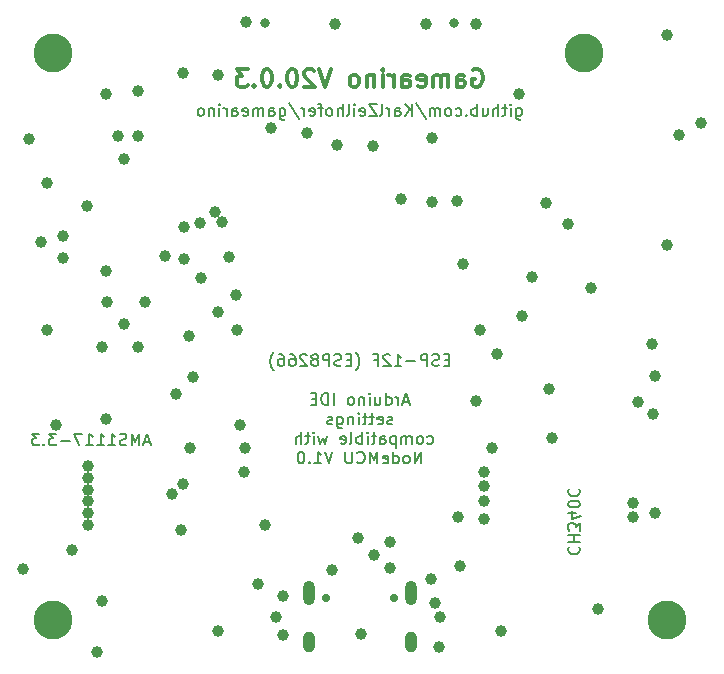
<source format=gbr>
%TF.GenerationSoftware,KiCad,Pcbnew,5.1.10-88a1d61d58~88~ubuntu20.04.1*%
%TF.CreationDate,2021-05-11T13:31:27+02:00*%
%TF.ProjectId,gamearino,67616d65-6172-4696-9e6f-2e6b69636164,v20.0.3*%
%TF.SameCoordinates,PX5f5e100PY5f5e100*%
%TF.FileFunction,Soldermask,Bot*%
%TF.FilePolarity,Negative*%
%FSLAX46Y46*%
G04 Gerber Fmt 4.6, Leading zero omitted, Abs format (unit mm)*
G04 Created by KiCad (PCBNEW 5.1.10-88a1d61d58~88~ubuntu20.04.1) date 2021-05-11 13:31:27*
%MOMM*%
%LPD*%
G01*
G04 APERTURE LIST*
%ADD10C,0.150000*%
%ADD11C,0.300000*%
%ADD12C,0.800000*%
%ADD13C,0.700000*%
%ADD14O,1.000000X1.800000*%
%ADD15O,1.000000X2.100000*%
%ADD16C,3.300000*%
%ADD17C,1.000000*%
G04 APERTURE END LIST*
D10*
X43261904Y47314286D02*
X43261904Y46504762D01*
X43309523Y46409524D01*
X43357142Y46361905D01*
X43452380Y46314286D01*
X43595238Y46314286D01*
X43690476Y46361905D01*
X43261904Y46695239D02*
X43357142Y46647620D01*
X43547619Y46647620D01*
X43642857Y46695239D01*
X43690476Y46742858D01*
X43738095Y46838096D01*
X43738095Y47123810D01*
X43690476Y47219048D01*
X43642857Y47266667D01*
X43547619Y47314286D01*
X43357142Y47314286D01*
X43261904Y47266667D01*
X42785714Y46647620D02*
X42785714Y47314286D01*
X42785714Y47647620D02*
X42833333Y47600000D01*
X42785714Y47552381D01*
X42738095Y47600000D01*
X42785714Y47647620D01*
X42785714Y47552381D01*
X42452380Y47314286D02*
X42071428Y47314286D01*
X42309523Y47647620D02*
X42309523Y46790477D01*
X42261904Y46695239D01*
X42166666Y46647620D01*
X42071428Y46647620D01*
X41738095Y46647620D02*
X41738095Y47647620D01*
X41309523Y46647620D02*
X41309523Y47171429D01*
X41357142Y47266667D01*
X41452380Y47314286D01*
X41595238Y47314286D01*
X41690476Y47266667D01*
X41738095Y47219048D01*
X40404761Y47314286D02*
X40404761Y46647620D01*
X40833333Y47314286D02*
X40833333Y46790477D01*
X40785714Y46695239D01*
X40690476Y46647620D01*
X40547619Y46647620D01*
X40452380Y46695239D01*
X40404761Y46742858D01*
X39928571Y46647620D02*
X39928571Y47647620D01*
X39928571Y47266667D02*
X39833333Y47314286D01*
X39642857Y47314286D01*
X39547619Y47266667D01*
X39500000Y47219048D01*
X39452380Y47123810D01*
X39452380Y46838096D01*
X39500000Y46742858D01*
X39547619Y46695239D01*
X39642857Y46647620D01*
X39833333Y46647620D01*
X39928571Y46695239D01*
X39023809Y46742858D02*
X38976190Y46695239D01*
X39023809Y46647620D01*
X39071428Y46695239D01*
X39023809Y46742858D01*
X39023809Y46647620D01*
X38119047Y46695239D02*
X38214285Y46647620D01*
X38404761Y46647620D01*
X38500000Y46695239D01*
X38547619Y46742858D01*
X38595238Y46838096D01*
X38595238Y47123810D01*
X38547619Y47219048D01*
X38500000Y47266667D01*
X38404761Y47314286D01*
X38214285Y47314286D01*
X38119047Y47266667D01*
X37547619Y46647620D02*
X37642857Y46695239D01*
X37690476Y46742858D01*
X37738095Y46838096D01*
X37738095Y47123810D01*
X37690476Y47219048D01*
X37642857Y47266667D01*
X37547619Y47314286D01*
X37404761Y47314286D01*
X37309523Y47266667D01*
X37261904Y47219048D01*
X37214285Y47123810D01*
X37214285Y46838096D01*
X37261904Y46742858D01*
X37309523Y46695239D01*
X37404761Y46647620D01*
X37547619Y46647620D01*
X36785714Y46647620D02*
X36785714Y47314286D01*
X36785714Y47219048D02*
X36738095Y47266667D01*
X36642857Y47314286D01*
X36500000Y47314286D01*
X36404761Y47266667D01*
X36357142Y47171429D01*
X36357142Y46647620D01*
X36357142Y47171429D02*
X36309523Y47266667D01*
X36214285Y47314286D01*
X36071428Y47314286D01*
X35976190Y47266667D01*
X35928571Y47171429D01*
X35928571Y46647620D01*
X34738095Y47695239D02*
X35595238Y46409524D01*
X34404761Y46647620D02*
X34404761Y47647620D01*
X33833333Y46647620D02*
X34261904Y47219048D01*
X33833333Y47647620D02*
X34404761Y47076191D01*
X32976190Y46647620D02*
X32976190Y47171429D01*
X33023809Y47266667D01*
X33119047Y47314286D01*
X33309523Y47314286D01*
X33404761Y47266667D01*
X32976190Y46695239D02*
X33071428Y46647620D01*
X33309523Y46647620D01*
X33404761Y46695239D01*
X33452380Y46790477D01*
X33452380Y46885715D01*
X33404761Y46980953D01*
X33309523Y47028572D01*
X33071428Y47028572D01*
X32976190Y47076191D01*
X32500000Y46647620D02*
X32500000Y47314286D01*
X32500000Y47123810D02*
X32452380Y47219048D01*
X32404761Y47266667D01*
X32309523Y47314286D01*
X32214285Y47314286D01*
X31738095Y46647620D02*
X31833333Y46695239D01*
X31880952Y46790477D01*
X31880952Y47647620D01*
X31452380Y47647620D02*
X30785714Y47647620D01*
X31452380Y46647620D01*
X30785714Y46647620D01*
X30023809Y46695239D02*
X30119047Y46647620D01*
X30309523Y46647620D01*
X30404761Y46695239D01*
X30452380Y46790477D01*
X30452380Y47171429D01*
X30404761Y47266667D01*
X30309523Y47314286D01*
X30119047Y47314286D01*
X30023809Y47266667D01*
X29976190Y47171429D01*
X29976190Y47076191D01*
X30452380Y46980953D01*
X29547619Y46647620D02*
X29547619Y47314286D01*
X29547619Y47647620D02*
X29595238Y47600000D01*
X29547619Y47552381D01*
X29500000Y47600000D01*
X29547619Y47647620D01*
X29547619Y47552381D01*
X28928571Y46647620D02*
X29023809Y46695239D01*
X29071428Y46790477D01*
X29071428Y47647620D01*
X28547619Y46647620D02*
X28547619Y47647620D01*
X28119047Y46647620D02*
X28119047Y47171429D01*
X28166666Y47266667D01*
X28261904Y47314286D01*
X28404761Y47314286D01*
X28500000Y47266667D01*
X28547619Y47219048D01*
X27500000Y46647620D02*
X27595238Y46695239D01*
X27642857Y46742858D01*
X27690476Y46838096D01*
X27690476Y47123810D01*
X27642857Y47219048D01*
X27595238Y47266667D01*
X27500000Y47314286D01*
X27357142Y47314286D01*
X27261904Y47266667D01*
X27214285Y47219048D01*
X27166666Y47123810D01*
X27166666Y46838096D01*
X27214285Y46742858D01*
X27261904Y46695239D01*
X27357142Y46647620D01*
X27500000Y46647620D01*
X26880952Y47314286D02*
X26500000Y47314286D01*
X26738095Y46647620D02*
X26738095Y47504762D01*
X26690476Y47600000D01*
X26595238Y47647620D01*
X26500000Y47647620D01*
X25785714Y46695239D02*
X25880952Y46647620D01*
X26071428Y46647620D01*
X26166666Y46695239D01*
X26214285Y46790477D01*
X26214285Y47171429D01*
X26166666Y47266667D01*
X26071428Y47314286D01*
X25880952Y47314286D01*
X25785714Y47266667D01*
X25738095Y47171429D01*
X25738095Y47076191D01*
X26214285Y46980953D01*
X25309523Y46647620D02*
X25309523Y47314286D01*
X25309523Y47123810D02*
X25261904Y47219048D01*
X25214285Y47266667D01*
X25119047Y47314286D01*
X25023809Y47314286D01*
X23976190Y47695239D02*
X24833333Y46409524D01*
X23214285Y47314286D02*
X23214285Y46504762D01*
X23261904Y46409524D01*
X23309523Y46361905D01*
X23404761Y46314286D01*
X23547619Y46314286D01*
X23642857Y46361905D01*
X23214285Y46695239D02*
X23309523Y46647620D01*
X23500000Y46647620D01*
X23595238Y46695239D01*
X23642857Y46742858D01*
X23690476Y46838096D01*
X23690476Y47123810D01*
X23642857Y47219048D01*
X23595238Y47266667D01*
X23500000Y47314286D01*
X23309523Y47314286D01*
X23214285Y47266667D01*
X22309523Y46647620D02*
X22309523Y47171429D01*
X22357142Y47266667D01*
X22452380Y47314286D01*
X22642857Y47314286D01*
X22738095Y47266667D01*
X22309523Y46695239D02*
X22404761Y46647620D01*
X22642857Y46647620D01*
X22738095Y46695239D01*
X22785714Y46790477D01*
X22785714Y46885715D01*
X22738095Y46980953D01*
X22642857Y47028572D01*
X22404761Y47028572D01*
X22309523Y47076191D01*
X21833333Y46647620D02*
X21833333Y47314286D01*
X21833333Y47219048D02*
X21785714Y47266667D01*
X21690476Y47314286D01*
X21547619Y47314286D01*
X21452380Y47266667D01*
X21404761Y47171429D01*
X21404761Y46647620D01*
X21404761Y47171429D02*
X21357142Y47266667D01*
X21261904Y47314286D01*
X21119047Y47314286D01*
X21023809Y47266667D01*
X20976190Y47171429D01*
X20976190Y46647620D01*
X20119047Y46695239D02*
X20214285Y46647620D01*
X20404761Y46647620D01*
X20500000Y46695239D01*
X20547619Y46790477D01*
X20547619Y47171429D01*
X20500000Y47266667D01*
X20404761Y47314286D01*
X20214285Y47314286D01*
X20119047Y47266667D01*
X20071428Y47171429D01*
X20071428Y47076191D01*
X20547619Y46980953D01*
X19214285Y46647620D02*
X19214285Y47171429D01*
X19261904Y47266667D01*
X19357142Y47314286D01*
X19547619Y47314286D01*
X19642857Y47266667D01*
X19214285Y46695239D02*
X19309523Y46647620D01*
X19547619Y46647620D01*
X19642857Y46695239D01*
X19690476Y46790477D01*
X19690476Y46885715D01*
X19642857Y46980953D01*
X19547619Y47028572D01*
X19309523Y47028572D01*
X19214285Y47076191D01*
X18738095Y46647620D02*
X18738095Y47314286D01*
X18738095Y47123810D02*
X18690476Y47219048D01*
X18642857Y47266667D01*
X18547619Y47314286D01*
X18452380Y47314286D01*
X18119047Y46647620D02*
X18119047Y47314286D01*
X18119047Y47647620D02*
X18166666Y47600000D01*
X18119047Y47552381D01*
X18071428Y47600000D01*
X18119047Y47647620D01*
X18119047Y47552381D01*
X17642857Y47314286D02*
X17642857Y46647620D01*
X17642857Y47219048D02*
X17595238Y47266667D01*
X17500000Y47314286D01*
X17357142Y47314286D01*
X17261904Y47266667D01*
X17214285Y47171429D01*
X17214285Y46647620D01*
X16595238Y46647620D02*
X16690476Y46695239D01*
X16738095Y46742858D01*
X16785714Y46838096D01*
X16785714Y47123810D01*
X16738095Y47219048D01*
X16690476Y47266667D01*
X16595238Y47314286D01*
X16452380Y47314286D01*
X16357142Y47266667D01*
X16309523Y47219048D01*
X16261904Y47123810D01*
X16261904Y46838096D01*
X16309523Y46742858D01*
X16357142Y46695239D01*
X16452380Y46647620D01*
X16595238Y46647620D01*
X12250000Y19033334D02*
X11773809Y19033334D01*
X12345238Y18747620D02*
X12011904Y19747620D01*
X11678571Y18747620D01*
X11345238Y18747620D02*
X11345238Y19747620D01*
X11011904Y19033334D01*
X10678571Y19747620D01*
X10678571Y18747620D01*
X10250000Y18795239D02*
X10107142Y18747620D01*
X9869047Y18747620D01*
X9773809Y18795239D01*
X9726190Y18842858D01*
X9678571Y18938096D01*
X9678571Y19033334D01*
X9726190Y19128572D01*
X9773809Y19176191D01*
X9869047Y19223810D01*
X10059523Y19271429D01*
X10154761Y19319048D01*
X10202380Y19366667D01*
X10250000Y19461905D01*
X10250000Y19557143D01*
X10202380Y19652381D01*
X10154761Y19700000D01*
X10059523Y19747620D01*
X9821428Y19747620D01*
X9678571Y19700000D01*
X8726190Y18747620D02*
X9297619Y18747620D01*
X9011904Y18747620D02*
X9011904Y19747620D01*
X9107142Y19604762D01*
X9202380Y19509524D01*
X9297619Y19461905D01*
X7773809Y18747620D02*
X8345238Y18747620D01*
X8059523Y18747620D02*
X8059523Y19747620D01*
X8154761Y19604762D01*
X8250000Y19509524D01*
X8345238Y19461905D01*
X6821428Y18747620D02*
X7392857Y18747620D01*
X7107142Y18747620D02*
X7107142Y19747620D01*
X7202380Y19604762D01*
X7297619Y19509524D01*
X7392857Y19461905D01*
X6488095Y19747620D02*
X5821428Y19747620D01*
X6250000Y18747620D01*
X5440476Y19128572D02*
X4678571Y19128572D01*
X4297619Y19747620D02*
X3678571Y19747620D01*
X4011904Y19366667D01*
X3869047Y19366667D01*
X3773809Y19319048D01*
X3726190Y19271429D01*
X3678571Y19176191D01*
X3678571Y18938096D01*
X3726190Y18842858D01*
X3773809Y18795239D01*
X3869047Y18747620D01*
X4154761Y18747620D01*
X4250000Y18795239D01*
X4297619Y18842858D01*
X3250000Y18842858D02*
X3202380Y18795239D01*
X3250000Y18747620D01*
X3297619Y18795239D01*
X3250000Y18842858D01*
X3250000Y18747620D01*
X2869047Y19747620D02*
X2250000Y19747620D01*
X2583333Y19366667D01*
X2440476Y19366667D01*
X2345238Y19319048D01*
X2297619Y19271429D01*
X2250000Y19176191D01*
X2250000Y18938096D01*
X2297619Y18842858D01*
X2345238Y18795239D01*
X2440476Y18747620D01*
X2726190Y18747620D01*
X2821428Y18795239D01*
X2869047Y18842858D01*
X47742857Y10157143D02*
X47695238Y10109524D01*
X47647619Y9966667D01*
X47647619Y9871429D01*
X47695238Y9728572D01*
X47790476Y9633334D01*
X47885714Y9585715D01*
X48076190Y9538096D01*
X48219047Y9538096D01*
X48409523Y9585715D01*
X48504761Y9633334D01*
X48600000Y9728572D01*
X48647619Y9871429D01*
X48647619Y9966667D01*
X48600000Y10109524D01*
X48552380Y10157143D01*
X47647619Y10585715D02*
X48647619Y10585715D01*
X48171428Y10585715D02*
X48171428Y11157143D01*
X47647619Y11157143D02*
X48647619Y11157143D01*
X48647619Y11538096D02*
X48647619Y12157143D01*
X48266666Y11823810D01*
X48266666Y11966667D01*
X48219047Y12061905D01*
X48171428Y12109524D01*
X48076190Y12157143D01*
X47838095Y12157143D01*
X47742857Y12109524D01*
X47695238Y12061905D01*
X47647619Y11966667D01*
X47647619Y11680953D01*
X47695238Y11585715D01*
X47742857Y11538096D01*
X48314285Y13014286D02*
X47647619Y13014286D01*
X48695238Y12776191D02*
X47980952Y12538096D01*
X47980952Y13157143D01*
X48647619Y13728572D02*
X48647619Y13823810D01*
X48600000Y13919048D01*
X48552380Y13966667D01*
X48457142Y14014286D01*
X48266666Y14061905D01*
X48028571Y14061905D01*
X47838095Y14014286D01*
X47742857Y13966667D01*
X47695238Y13919048D01*
X47647619Y13823810D01*
X47647619Y13728572D01*
X47695238Y13633334D01*
X47742857Y13585715D01*
X47838095Y13538096D01*
X48028571Y13490477D01*
X48266666Y13490477D01*
X48457142Y13538096D01*
X48552380Y13585715D01*
X48600000Y13633334D01*
X48647619Y13728572D01*
X47742857Y15061905D02*
X47695238Y15014286D01*
X47647619Y14871429D01*
X47647619Y14776191D01*
X47695238Y14633334D01*
X47790476Y14538096D01*
X47885714Y14490477D01*
X48076190Y14442858D01*
X48219047Y14442858D01*
X48409523Y14490477D01*
X48504761Y14538096D01*
X48600000Y14633334D01*
X48647619Y14776191D01*
X48647619Y14871429D01*
X48600000Y15014286D01*
X48552380Y15061905D01*
X37571428Y25996429D02*
X37238095Y25996429D01*
X37095238Y25472620D02*
X37571428Y25472620D01*
X37571428Y26472620D01*
X37095238Y26472620D01*
X36714285Y25520239D02*
X36571428Y25472620D01*
X36333333Y25472620D01*
X36238095Y25520239D01*
X36190476Y25567858D01*
X36142857Y25663096D01*
X36142857Y25758334D01*
X36190476Y25853572D01*
X36238095Y25901191D01*
X36333333Y25948810D01*
X36523809Y25996429D01*
X36619047Y26044048D01*
X36666666Y26091667D01*
X36714285Y26186905D01*
X36714285Y26282143D01*
X36666666Y26377381D01*
X36619047Y26425000D01*
X36523809Y26472620D01*
X36285714Y26472620D01*
X36142857Y26425000D01*
X35714285Y25472620D02*
X35714285Y26472620D01*
X35333333Y26472620D01*
X35238095Y26425000D01*
X35190476Y26377381D01*
X35142857Y26282143D01*
X35142857Y26139286D01*
X35190476Y26044048D01*
X35238095Y25996429D01*
X35333333Y25948810D01*
X35714285Y25948810D01*
X34714285Y25853572D02*
X33952380Y25853572D01*
X32952380Y25472620D02*
X33523809Y25472620D01*
X33238095Y25472620D02*
X33238095Y26472620D01*
X33333333Y26329762D01*
X33428571Y26234524D01*
X33523809Y26186905D01*
X32571428Y26377381D02*
X32523809Y26425000D01*
X32428571Y26472620D01*
X32190476Y26472620D01*
X32095238Y26425000D01*
X32047619Y26377381D01*
X32000000Y26282143D01*
X32000000Y26186905D01*
X32047619Y26044048D01*
X32619047Y25472620D01*
X32000000Y25472620D01*
X31238095Y25996429D02*
X31571428Y25996429D01*
X31571428Y25472620D02*
X31571428Y26472620D01*
X31095238Y26472620D01*
X29666666Y25091667D02*
X29714285Y25139286D01*
X29809523Y25282143D01*
X29857142Y25377381D01*
X29904761Y25520239D01*
X29952380Y25758334D01*
X29952380Y25948810D01*
X29904761Y26186905D01*
X29857142Y26329762D01*
X29809523Y26425000D01*
X29714285Y26567858D01*
X29666666Y26615477D01*
X29285714Y25996429D02*
X28952380Y25996429D01*
X28809523Y25472620D02*
X29285714Y25472620D01*
X29285714Y26472620D01*
X28809523Y26472620D01*
X28428571Y25520239D02*
X28285714Y25472620D01*
X28047619Y25472620D01*
X27952380Y25520239D01*
X27904761Y25567858D01*
X27857142Y25663096D01*
X27857142Y25758334D01*
X27904761Y25853572D01*
X27952380Y25901191D01*
X28047619Y25948810D01*
X28238095Y25996429D01*
X28333333Y26044048D01*
X28380952Y26091667D01*
X28428571Y26186905D01*
X28428571Y26282143D01*
X28380952Y26377381D01*
X28333333Y26425000D01*
X28238095Y26472620D01*
X28000000Y26472620D01*
X27857142Y26425000D01*
X27428571Y25472620D02*
X27428571Y26472620D01*
X27047619Y26472620D01*
X26952380Y26425000D01*
X26904761Y26377381D01*
X26857142Y26282143D01*
X26857142Y26139286D01*
X26904761Y26044048D01*
X26952380Y25996429D01*
X27047619Y25948810D01*
X27428571Y25948810D01*
X26285714Y26044048D02*
X26380952Y26091667D01*
X26428571Y26139286D01*
X26476190Y26234524D01*
X26476190Y26282143D01*
X26428571Y26377381D01*
X26380952Y26425000D01*
X26285714Y26472620D01*
X26095238Y26472620D01*
X26000000Y26425000D01*
X25952380Y26377381D01*
X25904761Y26282143D01*
X25904761Y26234524D01*
X25952380Y26139286D01*
X26000000Y26091667D01*
X26095238Y26044048D01*
X26285714Y26044048D01*
X26380952Y25996429D01*
X26428571Y25948810D01*
X26476190Y25853572D01*
X26476190Y25663096D01*
X26428571Y25567858D01*
X26380952Y25520239D01*
X26285714Y25472620D01*
X26095238Y25472620D01*
X26000000Y25520239D01*
X25952380Y25567858D01*
X25904761Y25663096D01*
X25904761Y25853572D01*
X25952380Y25948810D01*
X26000000Y25996429D01*
X26095238Y26044048D01*
X25523809Y26377381D02*
X25476190Y26425000D01*
X25380952Y26472620D01*
X25142857Y26472620D01*
X25047619Y26425000D01*
X25000000Y26377381D01*
X24952380Y26282143D01*
X24952380Y26186905D01*
X25000000Y26044048D01*
X25571428Y25472620D01*
X24952380Y25472620D01*
X24095238Y26472620D02*
X24285714Y26472620D01*
X24380952Y26425000D01*
X24428571Y26377381D01*
X24523809Y26234524D01*
X24571428Y26044048D01*
X24571428Y25663096D01*
X24523809Y25567858D01*
X24476190Y25520239D01*
X24380952Y25472620D01*
X24190476Y25472620D01*
X24095238Y25520239D01*
X24047619Y25567858D01*
X24000000Y25663096D01*
X24000000Y25901191D01*
X24047619Y25996429D01*
X24095238Y26044048D01*
X24190476Y26091667D01*
X24380952Y26091667D01*
X24476190Y26044048D01*
X24523809Y25996429D01*
X24571428Y25901191D01*
X23142857Y26472620D02*
X23333333Y26472620D01*
X23428571Y26425000D01*
X23476190Y26377381D01*
X23571428Y26234524D01*
X23619047Y26044048D01*
X23619047Y25663096D01*
X23571428Y25567858D01*
X23523809Y25520239D01*
X23428571Y25472620D01*
X23238095Y25472620D01*
X23142857Y25520239D01*
X23095238Y25567858D01*
X23047619Y25663096D01*
X23047619Y25901191D01*
X23095238Y25996429D01*
X23142857Y26044048D01*
X23238095Y26091667D01*
X23428571Y26091667D01*
X23523809Y26044048D01*
X23571428Y25996429D01*
X23619047Y25901191D01*
X22714285Y25091667D02*
X22666666Y25139286D01*
X22571428Y25282143D01*
X22523809Y25377381D01*
X22476190Y25520239D01*
X22428571Y25758334D01*
X22428571Y25948810D01*
X22476190Y26186905D01*
X22523809Y26329762D01*
X22571428Y26425000D01*
X22666666Y26567858D01*
X22714285Y26615477D01*
X34166666Y22458334D02*
X33690476Y22458334D01*
X34261904Y22172620D02*
X33928571Y23172620D01*
X33595238Y22172620D01*
X33261904Y22172620D02*
X33261904Y22839286D01*
X33261904Y22648810D02*
X33214285Y22744048D01*
X33166666Y22791667D01*
X33071428Y22839286D01*
X32976190Y22839286D01*
X32214285Y22172620D02*
X32214285Y23172620D01*
X32214285Y22220239D02*
X32309523Y22172620D01*
X32500000Y22172620D01*
X32595238Y22220239D01*
X32642857Y22267858D01*
X32690476Y22363096D01*
X32690476Y22648810D01*
X32642857Y22744048D01*
X32595238Y22791667D01*
X32500000Y22839286D01*
X32309523Y22839286D01*
X32214285Y22791667D01*
X31309523Y22839286D02*
X31309523Y22172620D01*
X31738095Y22839286D02*
X31738095Y22315477D01*
X31690476Y22220239D01*
X31595238Y22172620D01*
X31452380Y22172620D01*
X31357142Y22220239D01*
X31309523Y22267858D01*
X30833333Y22172620D02*
X30833333Y22839286D01*
X30833333Y23172620D02*
X30880952Y23125000D01*
X30833333Y23077381D01*
X30785714Y23125000D01*
X30833333Y23172620D01*
X30833333Y23077381D01*
X30357142Y22839286D02*
X30357142Y22172620D01*
X30357142Y22744048D02*
X30309523Y22791667D01*
X30214285Y22839286D01*
X30071428Y22839286D01*
X29976190Y22791667D01*
X29928571Y22696429D01*
X29928571Y22172620D01*
X29309523Y22172620D02*
X29404761Y22220239D01*
X29452380Y22267858D01*
X29500000Y22363096D01*
X29500000Y22648810D01*
X29452380Y22744048D01*
X29404761Y22791667D01*
X29309523Y22839286D01*
X29166666Y22839286D01*
X29071428Y22791667D01*
X29023809Y22744048D01*
X28976190Y22648810D01*
X28976190Y22363096D01*
X29023809Y22267858D01*
X29071428Y22220239D01*
X29166666Y22172620D01*
X29309523Y22172620D01*
X27785714Y22172620D02*
X27785714Y23172620D01*
X27309523Y22172620D02*
X27309523Y23172620D01*
X27071428Y23172620D01*
X26928571Y23125000D01*
X26833333Y23029762D01*
X26785714Y22934524D01*
X26738095Y22744048D01*
X26738095Y22601191D01*
X26785714Y22410715D01*
X26833333Y22315477D01*
X26928571Y22220239D01*
X27071428Y22172620D01*
X27309523Y22172620D01*
X26309523Y22696429D02*
X25976190Y22696429D01*
X25833333Y22172620D02*
X26309523Y22172620D01*
X26309523Y23172620D01*
X25833333Y23172620D01*
X32761904Y20570239D02*
X32666666Y20522620D01*
X32476190Y20522620D01*
X32380952Y20570239D01*
X32333333Y20665477D01*
X32333333Y20713096D01*
X32380952Y20808334D01*
X32476190Y20855953D01*
X32619047Y20855953D01*
X32714285Y20903572D01*
X32761904Y20998810D01*
X32761904Y21046429D01*
X32714285Y21141667D01*
X32619047Y21189286D01*
X32476190Y21189286D01*
X32380952Y21141667D01*
X31523809Y20570239D02*
X31619047Y20522620D01*
X31809523Y20522620D01*
X31904761Y20570239D01*
X31952380Y20665477D01*
X31952380Y21046429D01*
X31904761Y21141667D01*
X31809523Y21189286D01*
X31619047Y21189286D01*
X31523809Y21141667D01*
X31476190Y21046429D01*
X31476190Y20951191D01*
X31952380Y20855953D01*
X31190476Y21189286D02*
X30809523Y21189286D01*
X31047619Y21522620D02*
X31047619Y20665477D01*
X31000000Y20570239D01*
X30904761Y20522620D01*
X30809523Y20522620D01*
X30619047Y21189286D02*
X30238095Y21189286D01*
X30476190Y21522620D02*
X30476190Y20665477D01*
X30428571Y20570239D01*
X30333333Y20522620D01*
X30238095Y20522620D01*
X29904761Y20522620D02*
X29904761Y21189286D01*
X29904761Y21522620D02*
X29952380Y21475000D01*
X29904761Y21427381D01*
X29857142Y21475000D01*
X29904761Y21522620D01*
X29904761Y21427381D01*
X29428571Y21189286D02*
X29428571Y20522620D01*
X29428571Y21094048D02*
X29380952Y21141667D01*
X29285714Y21189286D01*
X29142857Y21189286D01*
X29047619Y21141667D01*
X29000000Y21046429D01*
X29000000Y20522620D01*
X28095238Y21189286D02*
X28095238Y20379762D01*
X28142857Y20284524D01*
X28190476Y20236905D01*
X28285714Y20189286D01*
X28428571Y20189286D01*
X28523809Y20236905D01*
X28095238Y20570239D02*
X28190476Y20522620D01*
X28380952Y20522620D01*
X28476190Y20570239D01*
X28523809Y20617858D01*
X28571428Y20713096D01*
X28571428Y20998810D01*
X28523809Y21094048D01*
X28476190Y21141667D01*
X28380952Y21189286D01*
X28190476Y21189286D01*
X28095238Y21141667D01*
X27666666Y20570239D02*
X27571428Y20522620D01*
X27380952Y20522620D01*
X27285714Y20570239D01*
X27238095Y20665477D01*
X27238095Y20713096D01*
X27285714Y20808334D01*
X27380952Y20855953D01*
X27523809Y20855953D01*
X27619047Y20903572D01*
X27666666Y20998810D01*
X27666666Y21046429D01*
X27619047Y21141667D01*
X27523809Y21189286D01*
X27380952Y21189286D01*
X27285714Y21141667D01*
X35714285Y18920239D02*
X35809523Y18872620D01*
X36000000Y18872620D01*
X36095238Y18920239D01*
X36142857Y18967858D01*
X36190476Y19063096D01*
X36190476Y19348810D01*
X36142857Y19444048D01*
X36095238Y19491667D01*
X36000000Y19539286D01*
X35809523Y19539286D01*
X35714285Y19491667D01*
X35142857Y18872620D02*
X35238095Y18920239D01*
X35285714Y18967858D01*
X35333333Y19063096D01*
X35333333Y19348810D01*
X35285714Y19444048D01*
X35238095Y19491667D01*
X35142857Y19539286D01*
X35000000Y19539286D01*
X34904761Y19491667D01*
X34857142Y19444048D01*
X34809523Y19348810D01*
X34809523Y19063096D01*
X34857142Y18967858D01*
X34904761Y18920239D01*
X35000000Y18872620D01*
X35142857Y18872620D01*
X34380952Y18872620D02*
X34380952Y19539286D01*
X34380952Y19444048D02*
X34333333Y19491667D01*
X34238095Y19539286D01*
X34095238Y19539286D01*
X34000000Y19491667D01*
X33952380Y19396429D01*
X33952380Y18872620D01*
X33952380Y19396429D02*
X33904761Y19491667D01*
X33809523Y19539286D01*
X33666666Y19539286D01*
X33571428Y19491667D01*
X33523809Y19396429D01*
X33523809Y18872620D01*
X33047619Y19539286D02*
X33047619Y18539286D01*
X33047619Y19491667D02*
X32952380Y19539286D01*
X32761904Y19539286D01*
X32666666Y19491667D01*
X32619047Y19444048D01*
X32571428Y19348810D01*
X32571428Y19063096D01*
X32619047Y18967858D01*
X32666666Y18920239D01*
X32761904Y18872620D01*
X32952380Y18872620D01*
X33047619Y18920239D01*
X31714285Y18872620D02*
X31714285Y19396429D01*
X31761904Y19491667D01*
X31857142Y19539286D01*
X32047619Y19539286D01*
X32142857Y19491667D01*
X31714285Y18920239D02*
X31809523Y18872620D01*
X32047619Y18872620D01*
X32142857Y18920239D01*
X32190476Y19015477D01*
X32190476Y19110715D01*
X32142857Y19205953D01*
X32047619Y19253572D01*
X31809523Y19253572D01*
X31714285Y19301191D01*
X31380952Y19539286D02*
X31000000Y19539286D01*
X31238095Y19872620D02*
X31238095Y19015477D01*
X31190476Y18920239D01*
X31095238Y18872620D01*
X31000000Y18872620D01*
X30666666Y18872620D02*
X30666666Y19539286D01*
X30666666Y19872620D02*
X30714285Y19825000D01*
X30666666Y19777381D01*
X30619047Y19825000D01*
X30666666Y19872620D01*
X30666666Y19777381D01*
X30190476Y18872620D02*
X30190476Y19872620D01*
X30190476Y19491667D02*
X30095238Y19539286D01*
X29904761Y19539286D01*
X29809523Y19491667D01*
X29761904Y19444048D01*
X29714285Y19348810D01*
X29714285Y19063096D01*
X29761904Y18967858D01*
X29809523Y18920239D01*
X29904761Y18872620D01*
X30095238Y18872620D01*
X30190476Y18920239D01*
X29142857Y18872620D02*
X29238095Y18920239D01*
X29285714Y19015477D01*
X29285714Y19872620D01*
X28380952Y18920239D02*
X28476190Y18872620D01*
X28666666Y18872620D01*
X28761904Y18920239D01*
X28809523Y19015477D01*
X28809523Y19396429D01*
X28761904Y19491667D01*
X28666666Y19539286D01*
X28476190Y19539286D01*
X28380952Y19491667D01*
X28333333Y19396429D01*
X28333333Y19301191D01*
X28809523Y19205953D01*
X27238095Y19539286D02*
X27047619Y18872620D01*
X26857142Y19348810D01*
X26666666Y18872620D01*
X26476190Y19539286D01*
X26095238Y18872620D02*
X26095238Y19539286D01*
X26095238Y19872620D02*
X26142857Y19825000D01*
X26095238Y19777381D01*
X26047619Y19825000D01*
X26095238Y19872620D01*
X26095238Y19777381D01*
X25761904Y19539286D02*
X25380952Y19539286D01*
X25619047Y19872620D02*
X25619047Y19015477D01*
X25571428Y18920239D01*
X25476190Y18872620D01*
X25380952Y18872620D01*
X25047619Y18872620D02*
X25047619Y19872620D01*
X24619047Y18872620D02*
X24619047Y19396429D01*
X24666666Y19491667D01*
X24761904Y19539286D01*
X24904761Y19539286D01*
X25000000Y19491667D01*
X25047619Y19444048D01*
X35214285Y17222620D02*
X35214285Y18222620D01*
X34642857Y17222620D01*
X34642857Y18222620D01*
X34023809Y17222620D02*
X34119047Y17270239D01*
X34166666Y17317858D01*
X34214285Y17413096D01*
X34214285Y17698810D01*
X34166666Y17794048D01*
X34119047Y17841667D01*
X34023809Y17889286D01*
X33880952Y17889286D01*
X33785714Y17841667D01*
X33738095Y17794048D01*
X33690476Y17698810D01*
X33690476Y17413096D01*
X33738095Y17317858D01*
X33785714Y17270239D01*
X33880952Y17222620D01*
X34023809Y17222620D01*
X32833333Y17222620D02*
X32833333Y18222620D01*
X32833333Y17270239D02*
X32928571Y17222620D01*
X33119047Y17222620D01*
X33214285Y17270239D01*
X33261904Y17317858D01*
X33309523Y17413096D01*
X33309523Y17698810D01*
X33261904Y17794048D01*
X33214285Y17841667D01*
X33119047Y17889286D01*
X32928571Y17889286D01*
X32833333Y17841667D01*
X31976190Y17270239D02*
X32071428Y17222620D01*
X32261904Y17222620D01*
X32357142Y17270239D01*
X32404761Y17365477D01*
X32404761Y17746429D01*
X32357142Y17841667D01*
X32261904Y17889286D01*
X32071428Y17889286D01*
X31976190Y17841667D01*
X31928571Y17746429D01*
X31928571Y17651191D01*
X32404761Y17555953D01*
X31500000Y17222620D02*
X31500000Y18222620D01*
X31166666Y17508334D01*
X30833333Y18222620D01*
X30833333Y17222620D01*
X29785714Y17317858D02*
X29833333Y17270239D01*
X29976190Y17222620D01*
X30071428Y17222620D01*
X30214285Y17270239D01*
X30309523Y17365477D01*
X30357142Y17460715D01*
X30404761Y17651191D01*
X30404761Y17794048D01*
X30357142Y17984524D01*
X30309523Y18079762D01*
X30214285Y18175000D01*
X30071428Y18222620D01*
X29976190Y18222620D01*
X29833333Y18175000D01*
X29785714Y18127381D01*
X29357142Y18222620D02*
X29357142Y17413096D01*
X29309523Y17317858D01*
X29261904Y17270239D01*
X29166666Y17222620D01*
X28976190Y17222620D01*
X28880952Y17270239D01*
X28833333Y17317858D01*
X28785714Y17413096D01*
X28785714Y18222620D01*
X27690476Y18222620D02*
X27357142Y17222620D01*
X27023809Y18222620D01*
X26166666Y17222620D02*
X26738095Y17222620D01*
X26452380Y17222620D02*
X26452380Y18222620D01*
X26547619Y18079762D01*
X26642857Y17984524D01*
X26738095Y17936905D01*
X25738095Y17317858D02*
X25690476Y17270239D01*
X25738095Y17222620D01*
X25785714Y17270239D01*
X25738095Y17317858D01*
X25738095Y17222620D01*
X25071428Y18222620D02*
X24976190Y18222620D01*
X24880952Y18175000D01*
X24833333Y18127381D01*
X24785714Y18032143D01*
X24738095Y17841667D01*
X24738095Y17603572D01*
X24785714Y17413096D01*
X24833333Y17317858D01*
X24880952Y17270239D01*
X24976190Y17222620D01*
X25071428Y17222620D01*
X25166666Y17270239D01*
X25214285Y17317858D01*
X25261904Y17413096D01*
X25309523Y17603572D01*
X25309523Y17841667D01*
X25261904Y18032143D01*
X25214285Y18127381D01*
X25166666Y18175000D01*
X25071428Y18222620D01*
D11*
X39571428Y50550000D02*
X39714285Y50621429D01*
X39928571Y50621429D01*
X40142857Y50550000D01*
X40285714Y50407143D01*
X40357142Y50264286D01*
X40428571Y49978572D01*
X40428571Y49764286D01*
X40357142Y49478572D01*
X40285714Y49335715D01*
X40142857Y49192858D01*
X39928571Y49121429D01*
X39785714Y49121429D01*
X39571428Y49192858D01*
X39500000Y49264286D01*
X39500000Y49764286D01*
X39785714Y49764286D01*
X38214285Y49121429D02*
X38214285Y49907143D01*
X38285714Y50050000D01*
X38428571Y50121429D01*
X38714285Y50121429D01*
X38857142Y50050000D01*
X38214285Y49192858D02*
X38357142Y49121429D01*
X38714285Y49121429D01*
X38857142Y49192858D01*
X38928571Y49335715D01*
X38928571Y49478572D01*
X38857142Y49621429D01*
X38714285Y49692858D01*
X38357142Y49692858D01*
X38214285Y49764286D01*
X37500000Y49121429D02*
X37500000Y50121429D01*
X37500000Y49978572D02*
X37428571Y50050000D01*
X37285714Y50121429D01*
X37071428Y50121429D01*
X36928571Y50050000D01*
X36857142Y49907143D01*
X36857142Y49121429D01*
X36857142Y49907143D02*
X36785714Y50050000D01*
X36642857Y50121429D01*
X36428571Y50121429D01*
X36285714Y50050000D01*
X36214285Y49907143D01*
X36214285Y49121429D01*
X34928571Y49192858D02*
X35071428Y49121429D01*
X35357142Y49121429D01*
X35500000Y49192858D01*
X35571428Y49335715D01*
X35571428Y49907143D01*
X35500000Y50050000D01*
X35357142Y50121429D01*
X35071428Y50121429D01*
X34928571Y50050000D01*
X34857142Y49907143D01*
X34857142Y49764286D01*
X35571428Y49621429D01*
X33571428Y49121429D02*
X33571428Y49907143D01*
X33642857Y50050000D01*
X33785714Y50121429D01*
X34071428Y50121429D01*
X34214285Y50050000D01*
X33571428Y49192858D02*
X33714285Y49121429D01*
X34071428Y49121429D01*
X34214285Y49192858D01*
X34285714Y49335715D01*
X34285714Y49478572D01*
X34214285Y49621429D01*
X34071428Y49692858D01*
X33714285Y49692858D01*
X33571428Y49764286D01*
X32857142Y49121429D02*
X32857142Y50121429D01*
X32857142Y49835715D02*
X32785714Y49978572D01*
X32714285Y50050000D01*
X32571428Y50121429D01*
X32428571Y50121429D01*
X31928571Y49121429D02*
X31928571Y50121429D01*
X31928571Y50621429D02*
X32000000Y50550000D01*
X31928571Y50478572D01*
X31857142Y50550000D01*
X31928571Y50621429D01*
X31928571Y50478572D01*
X31214285Y50121429D02*
X31214285Y49121429D01*
X31214285Y49978572D02*
X31142857Y50050000D01*
X31000000Y50121429D01*
X30785714Y50121429D01*
X30642857Y50050000D01*
X30571428Y49907143D01*
X30571428Y49121429D01*
X29642857Y49121429D02*
X29785714Y49192858D01*
X29857142Y49264286D01*
X29928571Y49407143D01*
X29928571Y49835715D01*
X29857142Y49978572D01*
X29785714Y50050000D01*
X29642857Y50121429D01*
X29428571Y50121429D01*
X29285714Y50050000D01*
X29214285Y49978572D01*
X29142857Y49835715D01*
X29142857Y49407143D01*
X29214285Y49264286D01*
X29285714Y49192858D01*
X29428571Y49121429D01*
X29642857Y49121429D01*
X27571428Y50621429D02*
X27071428Y49121429D01*
X26571428Y50621429D01*
X26142857Y50478572D02*
X26071428Y50550000D01*
X25928571Y50621429D01*
X25571428Y50621429D01*
X25428571Y50550000D01*
X25357142Y50478572D01*
X25285714Y50335715D01*
X25285714Y50192858D01*
X25357142Y49978572D01*
X26214285Y49121429D01*
X25285714Y49121429D01*
X24357142Y50621429D02*
X24214285Y50621429D01*
X24071428Y50550000D01*
X24000000Y50478572D01*
X23928571Y50335715D01*
X23857142Y50050000D01*
X23857142Y49692858D01*
X23928571Y49407143D01*
X24000000Y49264286D01*
X24071428Y49192858D01*
X24214285Y49121429D01*
X24357142Y49121429D01*
X24500000Y49192858D01*
X24571428Y49264286D01*
X24642857Y49407143D01*
X24714285Y49692858D01*
X24714285Y50050000D01*
X24642857Y50335715D01*
X24571428Y50478572D01*
X24500000Y50550000D01*
X24357142Y50621429D01*
X23214285Y49264286D02*
X23142857Y49192858D01*
X23214285Y49121429D01*
X23285714Y49192858D01*
X23214285Y49264286D01*
X23214285Y49121429D01*
X22214285Y50621429D02*
X22071428Y50621429D01*
X21928571Y50550000D01*
X21857142Y50478572D01*
X21785714Y50335715D01*
X21714285Y50050000D01*
X21714285Y49692858D01*
X21785714Y49407143D01*
X21857142Y49264286D01*
X21928571Y49192858D01*
X22071428Y49121429D01*
X22214285Y49121429D01*
X22357142Y49192858D01*
X22428571Y49264286D01*
X22500000Y49407143D01*
X22571428Y49692858D01*
X22571428Y50050000D01*
X22500000Y50335715D01*
X22428571Y50478572D01*
X22357142Y50550000D01*
X22214285Y50621429D01*
X21071428Y49264286D02*
X21000000Y49192858D01*
X21071428Y49121429D01*
X21142857Y49192858D01*
X21071428Y49264286D01*
X21071428Y49121429D01*
X20500000Y50621429D02*
X19571428Y50621429D01*
X20071428Y50050000D01*
X19857142Y50050000D01*
X19714285Y49978572D01*
X19642857Y49907143D01*
X19571428Y49764286D01*
X19571428Y49407143D01*
X19642857Y49264286D01*
X19714285Y49192858D01*
X19857142Y49121429D01*
X20285714Y49121429D01*
X20428571Y49192858D01*
X20500000Y49264286D01*
D12*
%TO.C,U4*%
X21950000Y54500000D03*
X37950000Y54500000D03*
%TD*%
D13*
%TO.C,X1*%
X27110000Y5800000D03*
X32890000Y5800000D03*
D14*
X34320000Y2110000D03*
X25680000Y2110000D03*
D15*
X34320000Y6280000D03*
X25680000Y6280000D03*
%TD*%
D16*
%TO.C,H4*%
X4000000Y4000000D03*
%TD*%
%TO.C,H3*%
X56000000Y4000000D03*
%TD*%
%TO.C,H2*%
X4000000Y52000000D03*
%TD*%
%TO.C,H1*%
X49000000Y52000000D03*
%TD*%
D17*
X13500000Y34800000D03*
X15900000Y24500000D03*
X7000000Y17000000D03*
X7000000Y16000000D03*
X7000000Y15000000D03*
X7000000Y14000000D03*
X7000000Y13000000D03*
X7000000Y12000000D03*
X36000000Y7400000D03*
X29875000Y10925000D03*
X32540913Y10540921D03*
X31163495Y9493447D03*
X40200000Y28500000D03*
X40500000Y14000000D03*
X40500000Y15300000D03*
X41661584Y26488123D03*
X15000000Y15500000D03*
X32600000Y8400000D03*
X27640360Y8168080D03*
X1999996Y44700000D03*
X38274897Y39443563D03*
X19900000Y20500000D03*
X18000000Y30000000D03*
X36149990Y39350016D03*
X41174979Y18538465D03*
X53100000Y13900000D03*
X54850000Y21400000D03*
X53100004Y12700000D03*
X53550000Y22400000D03*
X40499976Y16500000D03*
X19500000Y31500000D03*
X11200000Y27100000D03*
X8152566Y27052566D03*
X9500000Y44900000D03*
X11200000Y44900000D03*
X11224999Y48775001D03*
X58875000Y46075000D03*
X15600000Y18500000D03*
X20300000Y18500000D03*
X6900000Y39000000D03*
X49600000Y32099986D03*
X36700000Y1700000D03*
X21400000Y7000000D03*
X4900000Y34600000D03*
X4900000Y36500000D03*
X20200000Y16500000D03*
X14399999Y23100000D03*
X11800000Y30900000D03*
X8600000Y30900000D03*
X18900000Y34700000D03*
X18343940Y37634109D03*
X16600000Y32900000D03*
X22900000Y4200000D03*
X36800000Y4200000D03*
X39874990Y22500000D03*
X15100000Y37200000D03*
X15100000Y34500000D03*
X38300000Y12700000D03*
X8500000Y48500000D03*
X3500000Y41000000D03*
X3500000Y28500000D03*
X8500000Y33500000D03*
X8500000Y21000000D03*
X43500000Y48500000D03*
X56000000Y53500000D03*
X56000000Y35700000D03*
X46000000Y23500000D03*
X50200000Y4900000D03*
X38500000Y8500000D03*
X23500000Y6000000D03*
X22000000Y12000000D03*
X55000000Y13000000D03*
X7750000Y1250000D03*
X1500000Y8250000D03*
X31100000Y44100000D03*
X46300000Y19400000D03*
X43700000Y29700000D03*
X47600000Y37500000D03*
X33500000Y39600000D03*
X38700000Y34100000D03*
X5600000Y9900000D03*
X4300000Y20500000D03*
X8200000Y5600000D03*
X23500000Y2700000D03*
X30100000Y2800000D03*
X44600000Y33000000D03*
X14100000Y14600000D03*
X14900000Y11600000D03*
X16500000Y37600000D03*
X25500000Y45200000D03*
X57000000Y45000000D03*
X42000000Y3000000D03*
X18000000Y3000000D03*
X10000000Y43000000D03*
X3000000Y36000000D03*
X10000000Y29000000D03*
X45750000Y39250000D03*
X39800000Y54400000D03*
X35600000Y54450000D03*
X36100000Y44800000D03*
X28100000Y44200000D03*
X22500000Y45650000D03*
X40550000Y12500000D03*
X36373873Y5397811D03*
X27900000Y54400000D03*
X15500000Y28000000D03*
X15000000Y50300000D03*
X55000000Y24600000D03*
X18000159Y50099839D03*
X20400000Y54600000D03*
X19600000Y28500000D03*
X17749992Y38499990D03*
X54750000Y27300000D03*
M02*

</source>
